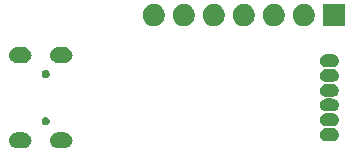
<source format=gbr>
G04 #@! TF.GenerationSoftware,KiCad,Pcbnew,5.1.5-52549c5~84~ubuntu19.10.1*
G04 #@! TF.CreationDate,2020-03-27T11:31:54+02:00*
G04 #@! TF.ProjectId,ESP-PROG_Rev.C,4553502d-5052-44f4-975f-5265762e432e,rev?*
G04 #@! TF.SameCoordinates,Original*
G04 #@! TF.FileFunction,Soldermask,Bot*
G04 #@! TF.FilePolarity,Negative*
%FSLAX46Y46*%
G04 Gerber Fmt 4.6, Leading zero omitted, Abs format (unit mm)*
G04 Created by KiCad (PCBNEW 5.1.5-52549c5~84~ubuntu19.10.1) date 2020-03-27 11:31:54*
%MOMM*%
%LPD*%
G04 APERTURE LIST*
%ADD10C,0.100000*%
G04 APERTURE END LIST*
D10*
G36*
X121147579Y-102958617D02*
G01*
X121147582Y-102958618D01*
X121270254Y-102995830D01*
X121383313Y-103056261D01*
X121482411Y-103137589D01*
X121563739Y-103236687D01*
X121624170Y-103349746D01*
X121649269Y-103432487D01*
X121661383Y-103472421D01*
X121673948Y-103600000D01*
X121661383Y-103727579D01*
X121661382Y-103727582D01*
X121624170Y-103850254D01*
X121563739Y-103963313D01*
X121482411Y-104062411D01*
X121383313Y-104143739D01*
X121270254Y-104204170D01*
X121161609Y-104237127D01*
X121147579Y-104241383D01*
X121051963Y-104250800D01*
X120388037Y-104250800D01*
X120292421Y-104241383D01*
X120278391Y-104237127D01*
X120169746Y-104204170D01*
X120056687Y-104143739D01*
X119957589Y-104062411D01*
X119876261Y-103963313D01*
X119815830Y-103850254D01*
X119778618Y-103727582D01*
X119778617Y-103727579D01*
X119766052Y-103600000D01*
X119778617Y-103472421D01*
X119790731Y-103432487D01*
X119815830Y-103349746D01*
X119876261Y-103236687D01*
X119957589Y-103137589D01*
X120056687Y-103056261D01*
X120169746Y-102995830D01*
X120292418Y-102958618D01*
X120292421Y-102958617D01*
X120388037Y-102949200D01*
X121051963Y-102949200D01*
X121147579Y-102958617D01*
G37*
G36*
X117677579Y-102958617D02*
G01*
X117677582Y-102958618D01*
X117800254Y-102995830D01*
X117913313Y-103056261D01*
X118012411Y-103137589D01*
X118093739Y-103236687D01*
X118154170Y-103349746D01*
X118179269Y-103432487D01*
X118191383Y-103472421D01*
X118203948Y-103600000D01*
X118191383Y-103727579D01*
X118191382Y-103727582D01*
X118154170Y-103850254D01*
X118093739Y-103963313D01*
X118012411Y-104062411D01*
X117913313Y-104143739D01*
X117800254Y-104204170D01*
X117691609Y-104237127D01*
X117677579Y-104241383D01*
X117581963Y-104250800D01*
X116918037Y-104250800D01*
X116822421Y-104241383D01*
X116808391Y-104237127D01*
X116699746Y-104204170D01*
X116586687Y-104143739D01*
X116487589Y-104062411D01*
X116406261Y-103963313D01*
X116345830Y-103850254D01*
X116308618Y-103727582D01*
X116308617Y-103727579D01*
X116296052Y-103600000D01*
X116308617Y-103472421D01*
X116320731Y-103432487D01*
X116345830Y-103349746D01*
X116406261Y-103236687D01*
X116487589Y-103137589D01*
X116586687Y-103056261D01*
X116699746Y-102995830D01*
X116822418Y-102958618D01*
X116822421Y-102958617D01*
X116918037Y-102949200D01*
X117581963Y-102949200D01*
X117677579Y-102958617D01*
G37*
G36*
X143757976Y-102582170D02*
G01*
X143861802Y-102613665D01*
X143957489Y-102664811D01*
X144041359Y-102733641D01*
X144110189Y-102817511D01*
X144161335Y-102913198D01*
X144192830Y-103017024D01*
X144203465Y-103125000D01*
X144192830Y-103232976D01*
X144161335Y-103336802D01*
X144110189Y-103432489D01*
X144041359Y-103516359D01*
X143957489Y-103585189D01*
X143861802Y-103636335D01*
X143757976Y-103667830D01*
X143677057Y-103675800D01*
X143122943Y-103675800D01*
X143042024Y-103667830D01*
X142938198Y-103636335D01*
X142842511Y-103585189D01*
X142758641Y-103516359D01*
X142689811Y-103432489D01*
X142638665Y-103336802D01*
X142607170Y-103232976D01*
X142596535Y-103125000D01*
X142607170Y-103017024D01*
X142638665Y-102913198D01*
X142689811Y-102817511D01*
X142758641Y-102733641D01*
X142842511Y-102664811D01*
X142938198Y-102613665D01*
X143042024Y-102582170D01*
X143122943Y-102574200D01*
X143677057Y-102574200D01*
X143757976Y-102582170D01*
G37*
G36*
X143757976Y-101332170D02*
G01*
X143861802Y-101363665D01*
X143957489Y-101414811D01*
X144041359Y-101483641D01*
X144110189Y-101567511D01*
X144161335Y-101663198D01*
X144192830Y-101767024D01*
X144203465Y-101875000D01*
X144192830Y-101982976D01*
X144161335Y-102086802D01*
X144110189Y-102182489D01*
X144041359Y-102266359D01*
X143957489Y-102335189D01*
X143861802Y-102386335D01*
X143757976Y-102417830D01*
X143677057Y-102425800D01*
X143122943Y-102425800D01*
X143042024Y-102417830D01*
X142938198Y-102386335D01*
X142842511Y-102335189D01*
X142758641Y-102266359D01*
X142689811Y-102182489D01*
X142638665Y-102086802D01*
X142607170Y-101982976D01*
X142596535Y-101875000D01*
X142607170Y-101767024D01*
X142638665Y-101663198D01*
X142689811Y-101567511D01*
X142758641Y-101483641D01*
X142842511Y-101414811D01*
X142938198Y-101363665D01*
X143042024Y-101332170D01*
X143122943Y-101324200D01*
X143677057Y-101324200D01*
X143757976Y-101332170D01*
G37*
G36*
X119502324Y-101662681D02*
G01*
X119566166Y-101689125D01*
X119623622Y-101727516D01*
X119672484Y-101776378D01*
X119710875Y-101833834D01*
X119737319Y-101897676D01*
X119750800Y-101965449D01*
X119750800Y-102034551D01*
X119737319Y-102102324D01*
X119710875Y-102166166D01*
X119672484Y-102223622D01*
X119623622Y-102272484D01*
X119566166Y-102310875D01*
X119502324Y-102337319D01*
X119434551Y-102350800D01*
X119365449Y-102350800D01*
X119297676Y-102337319D01*
X119233834Y-102310875D01*
X119176378Y-102272484D01*
X119127516Y-102223622D01*
X119089125Y-102166166D01*
X119062681Y-102102324D01*
X119049200Y-102034551D01*
X119049200Y-101965449D01*
X119062681Y-101897676D01*
X119089125Y-101833834D01*
X119127516Y-101776378D01*
X119176378Y-101727516D01*
X119233834Y-101689125D01*
X119297676Y-101662681D01*
X119365449Y-101649200D01*
X119434551Y-101649200D01*
X119502324Y-101662681D01*
G37*
G36*
X143757976Y-100082170D02*
G01*
X143861802Y-100113665D01*
X143957489Y-100164811D01*
X144041359Y-100233641D01*
X144110189Y-100317511D01*
X144161335Y-100413198D01*
X144192830Y-100517024D01*
X144203465Y-100625000D01*
X144192830Y-100732976D01*
X144161335Y-100836802D01*
X144110189Y-100932489D01*
X144041359Y-101016359D01*
X143957489Y-101085189D01*
X143861802Y-101136335D01*
X143757976Y-101167830D01*
X143677057Y-101175800D01*
X143122943Y-101175800D01*
X143042024Y-101167830D01*
X142938198Y-101136335D01*
X142842511Y-101085189D01*
X142758641Y-101016359D01*
X142689811Y-100932489D01*
X142638665Y-100836802D01*
X142607170Y-100732976D01*
X142596535Y-100625000D01*
X142607170Y-100517024D01*
X142638665Y-100413198D01*
X142689811Y-100317511D01*
X142758641Y-100233641D01*
X142842511Y-100164811D01*
X142938198Y-100113665D01*
X143042024Y-100082170D01*
X143122943Y-100074200D01*
X143677057Y-100074200D01*
X143757976Y-100082170D01*
G37*
G36*
X143757976Y-98832170D02*
G01*
X143861802Y-98863665D01*
X143957489Y-98914811D01*
X144041359Y-98983641D01*
X144110189Y-99067511D01*
X144161335Y-99163198D01*
X144192830Y-99267024D01*
X144203465Y-99375000D01*
X144192830Y-99482976D01*
X144161335Y-99586802D01*
X144110189Y-99682489D01*
X144041359Y-99766359D01*
X143957489Y-99835189D01*
X143861802Y-99886335D01*
X143757976Y-99917830D01*
X143677057Y-99925800D01*
X143122943Y-99925800D01*
X143042024Y-99917830D01*
X142938198Y-99886335D01*
X142842511Y-99835189D01*
X142758641Y-99766359D01*
X142689811Y-99682489D01*
X142638665Y-99586802D01*
X142607170Y-99482976D01*
X142596535Y-99375000D01*
X142607170Y-99267024D01*
X142638665Y-99163198D01*
X142689811Y-99067511D01*
X142758641Y-98983641D01*
X142842511Y-98914811D01*
X142938198Y-98863665D01*
X143042024Y-98832170D01*
X143122943Y-98824200D01*
X143677057Y-98824200D01*
X143757976Y-98832170D01*
G37*
G36*
X143757976Y-97582170D02*
G01*
X143861802Y-97613665D01*
X143957489Y-97664811D01*
X144041359Y-97733641D01*
X144110189Y-97817511D01*
X144161335Y-97913198D01*
X144192830Y-98017024D01*
X144203465Y-98125000D01*
X144192830Y-98232976D01*
X144161335Y-98336802D01*
X144110189Y-98432489D01*
X144041359Y-98516359D01*
X143957489Y-98585189D01*
X143861802Y-98636335D01*
X143757976Y-98667830D01*
X143677057Y-98675800D01*
X143122943Y-98675800D01*
X143042024Y-98667830D01*
X142938198Y-98636335D01*
X142842511Y-98585189D01*
X142758641Y-98516359D01*
X142689811Y-98432489D01*
X142638665Y-98336802D01*
X142607170Y-98232976D01*
X142596535Y-98125000D01*
X142607170Y-98017024D01*
X142638665Y-97913198D01*
X142689811Y-97817511D01*
X142758641Y-97733641D01*
X142842511Y-97664811D01*
X142938198Y-97613665D01*
X143042024Y-97582170D01*
X143122943Y-97574200D01*
X143677057Y-97574200D01*
X143757976Y-97582170D01*
G37*
G36*
X119502324Y-97662681D02*
G01*
X119566166Y-97689125D01*
X119623622Y-97727516D01*
X119672484Y-97776378D01*
X119710875Y-97833834D01*
X119737319Y-97897676D01*
X119750800Y-97965449D01*
X119750800Y-98034551D01*
X119737319Y-98102324D01*
X119710875Y-98166166D01*
X119672484Y-98223622D01*
X119623622Y-98272484D01*
X119566166Y-98310875D01*
X119502324Y-98337319D01*
X119434551Y-98350800D01*
X119365449Y-98350800D01*
X119297676Y-98337319D01*
X119233834Y-98310875D01*
X119176378Y-98272484D01*
X119127516Y-98223622D01*
X119089125Y-98166166D01*
X119062681Y-98102324D01*
X119049200Y-98034551D01*
X119049200Y-97965449D01*
X119062681Y-97897676D01*
X119089125Y-97833834D01*
X119127516Y-97776378D01*
X119176378Y-97727516D01*
X119233834Y-97689125D01*
X119297676Y-97662681D01*
X119365449Y-97649200D01*
X119434551Y-97649200D01*
X119502324Y-97662681D01*
G37*
G36*
X143757976Y-96332170D02*
G01*
X143861802Y-96363665D01*
X143957489Y-96414811D01*
X144041359Y-96483641D01*
X144110189Y-96567511D01*
X144161335Y-96663198D01*
X144192830Y-96767024D01*
X144203465Y-96875000D01*
X144192830Y-96982976D01*
X144161335Y-97086802D01*
X144110189Y-97182489D01*
X144041359Y-97266359D01*
X143957489Y-97335189D01*
X143861802Y-97386335D01*
X143757976Y-97417830D01*
X143677057Y-97425800D01*
X143122943Y-97425800D01*
X143042024Y-97417830D01*
X142938198Y-97386335D01*
X142842511Y-97335189D01*
X142758641Y-97266359D01*
X142689811Y-97182489D01*
X142638665Y-97086802D01*
X142607170Y-96982976D01*
X142596535Y-96875000D01*
X142607170Y-96767024D01*
X142638665Y-96663198D01*
X142689811Y-96567511D01*
X142758641Y-96483641D01*
X142842511Y-96414811D01*
X142938198Y-96363665D01*
X143042024Y-96332170D01*
X143122943Y-96324200D01*
X143677057Y-96324200D01*
X143757976Y-96332170D01*
G37*
G36*
X117677579Y-95758617D02*
G01*
X117677582Y-95758618D01*
X117800254Y-95795830D01*
X117913313Y-95856261D01*
X118012411Y-95937589D01*
X118093739Y-96036687D01*
X118154170Y-96149746D01*
X118187127Y-96258391D01*
X118191383Y-96272421D01*
X118203948Y-96400000D01*
X118191383Y-96527579D01*
X118191382Y-96527582D01*
X118154170Y-96650254D01*
X118093739Y-96763313D01*
X118012411Y-96862411D01*
X117913313Y-96943739D01*
X117800254Y-97004170D01*
X117691609Y-97037127D01*
X117677579Y-97041383D01*
X117581963Y-97050800D01*
X116918037Y-97050800D01*
X116822421Y-97041383D01*
X116808391Y-97037127D01*
X116699746Y-97004170D01*
X116586687Y-96943739D01*
X116487589Y-96862411D01*
X116406261Y-96763313D01*
X116345830Y-96650254D01*
X116308618Y-96527582D01*
X116308617Y-96527579D01*
X116296052Y-96400000D01*
X116308617Y-96272421D01*
X116312873Y-96258391D01*
X116345830Y-96149746D01*
X116406261Y-96036687D01*
X116487589Y-95937589D01*
X116586687Y-95856261D01*
X116699746Y-95795830D01*
X116822418Y-95758618D01*
X116822421Y-95758617D01*
X116918037Y-95749200D01*
X117581963Y-95749200D01*
X117677579Y-95758617D01*
G37*
G36*
X121147579Y-95758617D02*
G01*
X121147582Y-95758618D01*
X121270254Y-95795830D01*
X121383313Y-95856261D01*
X121482411Y-95937589D01*
X121563739Y-96036687D01*
X121624170Y-96149746D01*
X121657127Y-96258391D01*
X121661383Y-96272421D01*
X121673948Y-96400000D01*
X121661383Y-96527579D01*
X121661382Y-96527582D01*
X121624170Y-96650254D01*
X121563739Y-96763313D01*
X121482411Y-96862411D01*
X121383313Y-96943739D01*
X121270254Y-97004170D01*
X121161609Y-97037127D01*
X121147579Y-97041383D01*
X121051963Y-97050800D01*
X120388037Y-97050800D01*
X120292421Y-97041383D01*
X120278391Y-97037127D01*
X120169746Y-97004170D01*
X120056687Y-96943739D01*
X119957589Y-96862411D01*
X119876261Y-96763313D01*
X119815830Y-96650254D01*
X119778618Y-96527582D01*
X119778617Y-96527579D01*
X119766052Y-96400000D01*
X119778617Y-96272421D01*
X119782873Y-96258391D01*
X119815830Y-96149746D01*
X119876261Y-96036687D01*
X119957589Y-95937589D01*
X120056687Y-95856261D01*
X120169746Y-95795830D01*
X120292418Y-95758618D01*
X120292421Y-95758617D01*
X120388037Y-95749200D01*
X121051963Y-95749200D01*
X121147579Y-95758617D01*
G37*
G36*
X138984129Y-92096316D02*
G01*
X139155162Y-92167160D01*
X139155163Y-92167161D01*
X139155166Y-92167162D01*
X139309085Y-92270008D01*
X139439992Y-92400915D01*
X139542838Y-92554834D01*
X139542839Y-92554837D01*
X139542840Y-92554838D01*
X139613684Y-92725871D01*
X139649800Y-92907438D01*
X139649800Y-93092562D01*
X139613684Y-93274129D01*
X139542840Y-93445162D01*
X139542838Y-93445166D01*
X139439992Y-93599085D01*
X139309085Y-93729992D01*
X139155166Y-93832838D01*
X139155163Y-93832839D01*
X139155162Y-93832840D01*
X138984129Y-93903684D01*
X138802562Y-93939800D01*
X138617438Y-93939800D01*
X138435871Y-93903684D01*
X138264838Y-93832840D01*
X138264837Y-93832839D01*
X138264834Y-93832838D01*
X138110915Y-93729992D01*
X137980008Y-93599085D01*
X137877162Y-93445166D01*
X137877160Y-93445162D01*
X137806316Y-93274129D01*
X137770200Y-93092562D01*
X137770200Y-92907438D01*
X137806316Y-92725871D01*
X137877160Y-92554838D01*
X137877161Y-92554837D01*
X137877162Y-92554834D01*
X137980008Y-92400915D01*
X138110915Y-92270008D01*
X138264834Y-92167162D01*
X138264837Y-92167161D01*
X138264838Y-92167160D01*
X138435871Y-92096316D01*
X138617438Y-92060200D01*
X138802562Y-92060200D01*
X138984129Y-92096316D01*
G37*
G36*
X136444129Y-92096316D02*
G01*
X136615162Y-92167160D01*
X136615163Y-92167161D01*
X136615166Y-92167162D01*
X136769085Y-92270008D01*
X136899992Y-92400915D01*
X137002838Y-92554834D01*
X137002839Y-92554837D01*
X137002840Y-92554838D01*
X137073684Y-92725871D01*
X137109800Y-92907438D01*
X137109800Y-93092562D01*
X137073684Y-93274129D01*
X137002840Y-93445162D01*
X137002838Y-93445166D01*
X136899992Y-93599085D01*
X136769085Y-93729992D01*
X136615166Y-93832838D01*
X136615163Y-93832839D01*
X136615162Y-93832840D01*
X136444129Y-93903684D01*
X136262562Y-93939800D01*
X136077438Y-93939800D01*
X135895871Y-93903684D01*
X135724838Y-93832840D01*
X135724837Y-93832839D01*
X135724834Y-93832838D01*
X135570915Y-93729992D01*
X135440008Y-93599085D01*
X135337162Y-93445166D01*
X135337160Y-93445162D01*
X135266316Y-93274129D01*
X135230200Y-93092562D01*
X135230200Y-92907438D01*
X135266316Y-92725871D01*
X135337160Y-92554838D01*
X135337161Y-92554837D01*
X135337162Y-92554834D01*
X135440008Y-92400915D01*
X135570915Y-92270008D01*
X135724834Y-92167162D01*
X135724837Y-92167161D01*
X135724838Y-92167160D01*
X135895871Y-92096316D01*
X136077438Y-92060200D01*
X136262562Y-92060200D01*
X136444129Y-92096316D01*
G37*
G36*
X128824129Y-92096316D02*
G01*
X128995162Y-92167160D01*
X128995163Y-92167161D01*
X128995166Y-92167162D01*
X129149085Y-92270008D01*
X129279992Y-92400915D01*
X129382838Y-92554834D01*
X129382839Y-92554837D01*
X129382840Y-92554838D01*
X129453684Y-92725871D01*
X129489800Y-92907438D01*
X129489800Y-93092562D01*
X129453684Y-93274129D01*
X129382840Y-93445162D01*
X129382838Y-93445166D01*
X129279992Y-93599085D01*
X129149085Y-93729992D01*
X128995166Y-93832838D01*
X128995163Y-93832839D01*
X128995162Y-93832840D01*
X128824129Y-93903684D01*
X128642562Y-93939800D01*
X128457438Y-93939800D01*
X128275871Y-93903684D01*
X128104838Y-93832840D01*
X128104837Y-93832839D01*
X128104834Y-93832838D01*
X127950915Y-93729992D01*
X127820008Y-93599085D01*
X127717162Y-93445166D01*
X127717160Y-93445162D01*
X127646316Y-93274129D01*
X127610200Y-93092562D01*
X127610200Y-92907438D01*
X127646316Y-92725871D01*
X127717160Y-92554838D01*
X127717161Y-92554837D01*
X127717162Y-92554834D01*
X127820008Y-92400915D01*
X127950915Y-92270008D01*
X128104834Y-92167162D01*
X128104837Y-92167161D01*
X128104838Y-92167160D01*
X128275871Y-92096316D01*
X128457438Y-92060200D01*
X128642562Y-92060200D01*
X128824129Y-92096316D01*
G37*
G36*
X131364129Y-92096316D02*
G01*
X131535162Y-92167160D01*
X131535163Y-92167161D01*
X131535166Y-92167162D01*
X131689085Y-92270008D01*
X131819992Y-92400915D01*
X131922838Y-92554834D01*
X131922839Y-92554837D01*
X131922840Y-92554838D01*
X131993684Y-92725871D01*
X132029800Y-92907438D01*
X132029800Y-93092562D01*
X131993684Y-93274129D01*
X131922840Y-93445162D01*
X131922838Y-93445166D01*
X131819992Y-93599085D01*
X131689085Y-93729992D01*
X131535166Y-93832838D01*
X131535163Y-93832839D01*
X131535162Y-93832840D01*
X131364129Y-93903684D01*
X131182562Y-93939800D01*
X130997438Y-93939800D01*
X130815871Y-93903684D01*
X130644838Y-93832840D01*
X130644837Y-93832839D01*
X130644834Y-93832838D01*
X130490915Y-93729992D01*
X130360008Y-93599085D01*
X130257162Y-93445166D01*
X130257160Y-93445162D01*
X130186316Y-93274129D01*
X130150200Y-93092562D01*
X130150200Y-92907438D01*
X130186316Y-92725871D01*
X130257160Y-92554838D01*
X130257161Y-92554837D01*
X130257162Y-92554834D01*
X130360008Y-92400915D01*
X130490915Y-92270008D01*
X130644834Y-92167162D01*
X130644837Y-92167161D01*
X130644838Y-92167160D01*
X130815871Y-92096316D01*
X130997438Y-92060200D01*
X131182562Y-92060200D01*
X131364129Y-92096316D01*
G37*
G36*
X141524129Y-92096316D02*
G01*
X141695162Y-92167160D01*
X141695163Y-92167161D01*
X141695166Y-92167162D01*
X141849085Y-92270008D01*
X141979992Y-92400915D01*
X142082838Y-92554834D01*
X142082839Y-92554837D01*
X142082840Y-92554838D01*
X142153684Y-92725871D01*
X142189800Y-92907438D01*
X142189800Y-93092562D01*
X142153684Y-93274129D01*
X142082840Y-93445162D01*
X142082838Y-93445166D01*
X141979992Y-93599085D01*
X141849085Y-93729992D01*
X141695166Y-93832838D01*
X141695163Y-93832839D01*
X141695162Y-93832840D01*
X141524129Y-93903684D01*
X141342562Y-93939800D01*
X141157438Y-93939800D01*
X140975871Y-93903684D01*
X140804838Y-93832840D01*
X140804837Y-93832839D01*
X140804834Y-93832838D01*
X140650915Y-93729992D01*
X140520008Y-93599085D01*
X140417162Y-93445166D01*
X140417160Y-93445162D01*
X140346316Y-93274129D01*
X140310200Y-93092562D01*
X140310200Y-92907438D01*
X140346316Y-92725871D01*
X140417160Y-92554838D01*
X140417161Y-92554837D01*
X140417162Y-92554834D01*
X140520008Y-92400915D01*
X140650915Y-92270008D01*
X140804834Y-92167162D01*
X140804837Y-92167161D01*
X140804838Y-92167160D01*
X140975871Y-92096316D01*
X141157438Y-92060200D01*
X141342562Y-92060200D01*
X141524129Y-92096316D01*
G37*
G36*
X133904129Y-92096316D02*
G01*
X134075162Y-92167160D01*
X134075163Y-92167161D01*
X134075166Y-92167162D01*
X134229085Y-92270008D01*
X134359992Y-92400915D01*
X134462838Y-92554834D01*
X134462839Y-92554837D01*
X134462840Y-92554838D01*
X134533684Y-92725871D01*
X134569800Y-92907438D01*
X134569800Y-93092562D01*
X134533684Y-93274129D01*
X134462840Y-93445162D01*
X134462838Y-93445166D01*
X134359992Y-93599085D01*
X134229085Y-93729992D01*
X134075166Y-93832838D01*
X134075163Y-93832839D01*
X134075162Y-93832840D01*
X133904129Y-93903684D01*
X133722562Y-93939800D01*
X133537438Y-93939800D01*
X133355871Y-93903684D01*
X133184838Y-93832840D01*
X133184837Y-93832839D01*
X133184834Y-93832838D01*
X133030915Y-93729992D01*
X132900008Y-93599085D01*
X132797162Y-93445166D01*
X132797160Y-93445162D01*
X132726316Y-93274129D01*
X132690200Y-93092562D01*
X132690200Y-92907438D01*
X132726316Y-92725871D01*
X132797160Y-92554838D01*
X132797161Y-92554837D01*
X132797162Y-92554834D01*
X132900008Y-92400915D01*
X133030915Y-92270008D01*
X133184834Y-92167162D01*
X133184837Y-92167161D01*
X133184838Y-92167160D01*
X133355871Y-92096316D01*
X133537438Y-92060200D01*
X133722562Y-92060200D01*
X133904129Y-92096316D01*
G37*
G36*
X144729800Y-93939800D02*
G01*
X142850200Y-93939800D01*
X142850200Y-92060200D01*
X144729800Y-92060200D01*
X144729800Y-93939800D01*
G37*
M02*

</source>
